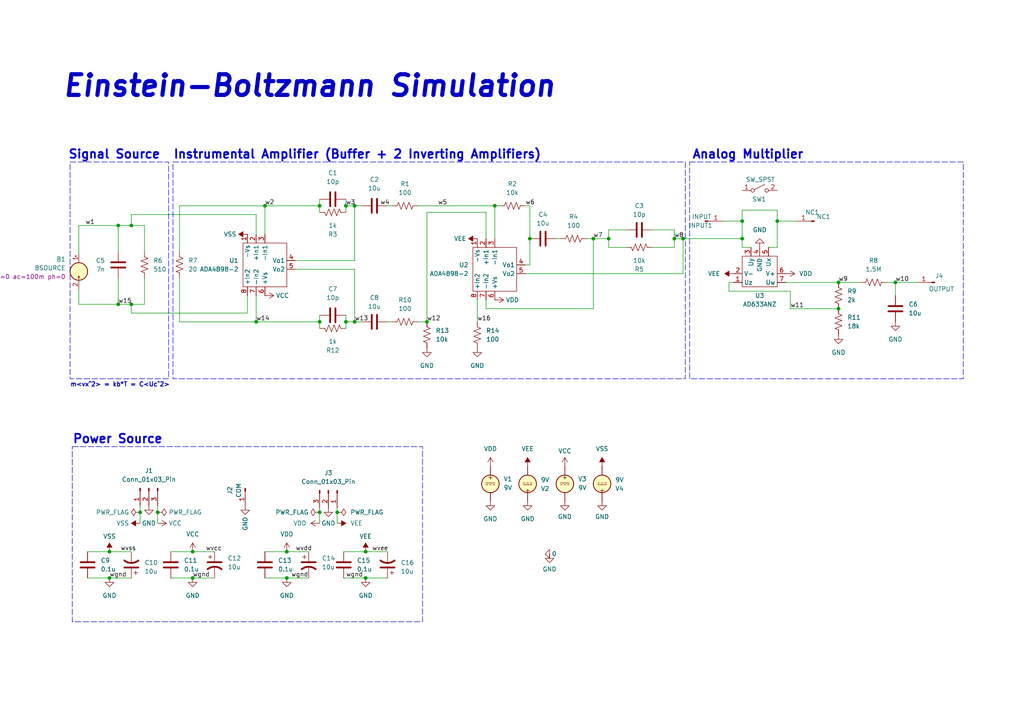
<source format=kicad_sch>
(kicad_sch (version 20230121) (generator eeschema)
  (paper "A4")
  (lib_symbols
    (symbol "Connector:Conn_01x01_Pin" (pin_names (offset 1.016) hide)
      (property "Reference" "J" (at 0 2.54 0))
      (property "Value" "Conn_01x01_Pin" (at 0 -2.54 0))
      (symbol "Conn_01x01_Pin_1_1"
        (polyline (pts (xy 1.27 0) (xy 0.8636 0)) (stroke (width 0.1524)))
        (rectangle (start 0.8636 0.127) (end 0 -0.127) (stroke (width 0.1524)) (fill (type outline)))
        (pin passive line (at 5.08 0 180) (length 3.81) (name "Pin_1") (number "1"))
      )
    )
    (symbol "Connector:Conn_01x03_Pin" (pin_names (offset 1.016) hide)
      (property "Reference" "J" (at 0 5.08 0))
      (property "Value" "Conn_01x03_Pin" (at 0 -5.08 0))
      (symbol "Conn_01x03_Pin_1_1"
        (polyline (pts (xy 1.27 -2.54) (xy 0.8636 -2.54)) (stroke (width 0.1524)))
        (polyline (pts (xy 1.27 0) (xy 0.8636 0)) (stroke (width 0.1524)))
        (polyline (pts (xy 1.27 2.54) (xy 0.8636 2.54)) (stroke (width 0.1524)))
        (rectangle (start 0.8636 -2.413) (end 0 -2.667) (stroke (width 0.1524)) (fill (type outline)))
        (rectangle (start 0.8636 0.127) (end 0 -0.127) (stroke (width 0.1524)) (fill (type outline)))
        (rectangle (start 0.8636 2.667) (end 0 2.413) (stroke (width 0.1524)) (fill (type outline)))
        (pin passive line (at 5.08 2.54 180) (length 3.81) (name "Pin_1") (number "1"))
        (pin passive line (at 5.08 0 180) (length 3.81) (name "Pin_2") (number "2"))
        (pin passive line (at 5.08 -2.54 180) (length 3.81) (name "Pin_3") (number "3"))
      )
    )
    (symbol "Device:C" (pin_numbers hide) (pin_names (offset 0.254))
      (property "Reference" "C" (at 0.635 2.54 0))
      (property "Value" "C" (at 0.635 -2.54 0))
      (symbol "C_0_1"
        (polyline (pts (xy -2.032 -0.762) (xy 2.032 -0.762)) (stroke (width 0.508)))
        (polyline (pts (xy -2.032 0.762) (xy 2.032 0.762)) (stroke (width 0.508)))
      )
      (symbol "C_1_1"
        (pin passive line (at 0 3.81 270) (length 2.794) (name "~") (number "1"))
        (pin passive line (at 0 -3.81 90) (length 2.794) (name "~") (number "2"))
      )
    )
    (symbol "Device:C_Polarized_US" (pin_numbers hide) (pin_names (offset 0.254) hide)
      (property "Reference" "C" (at 0.635 2.54 0))
      (property "Value" "C_Polarized_US" (at 0.635 -2.54 0))
      (symbol "C_Polarized_US_0_1"
        (polyline (pts (xy -2.032 0.762) (xy 2.032 0.762)) (stroke (width 0.508)))
        (polyline (pts (xy -1.778 2.286) (xy -0.762 2.286)))
        (polyline (pts (xy -1.27 1.778) (xy -1.27 2.794)))
        (arc (start 2.032 -1.27) (mid 0 -0.5572) (end -2.032 -1.27) (stroke (width 0.508)))
      )
      (symbol "C_Polarized_US_1_1"
        (pin passive line (at 0 3.81 270) (length 2.794) (name "~") (number "1"))
        (pin passive line (at 0 -3.81 90) (length 3.302) (name "~") (number "2"))
      )
    )
    (symbol "Device:R_US" (pin_numbers hide) (pin_names (offset 0))
      (property "Reference" "R" (at 2.54 0 90))
      (property "Value" "R_US" (at -2.54 0 90))
      (symbol "R_US_0_1"
        (polyline (pts (xy 0 -2.286) (xy 0 -2.54)))
        (polyline (pts (xy 0 2.286) (xy 0 2.54)))
        (polyline (pts (xy 0 -0.762) (xy 1.016 -1.143) (xy 0 -1.524) (xy -1.016 -1.905) (xy 0 -2.286)))
        (polyline (pts (xy 0 0.762) (xy 1.016 0.381) (xy 0 0) (xy -1.016 -0.381) (xy 0 -0.762)))
        (polyline (pts (xy 0 2.286) (xy 1.016 1.905) (xy 0 1.524) (xy -1.016 1.143) (xy 0 0.762)))
      )
      (symbol "R_US_1_1"
        (pin passive line (at 0 3.81 270) (length 1.27) (name "~") (number "1"))
        (pin passive line (at 0 -3.81 90) (length 1.27) (name "~") (number "2"))
      )
    )
    (symbol "EB_AnalogAmplifier_ADA4898-2_1"
      (property "Reference" "U" (at 0 -8.89 0))
      (property "Value" "ADA4898-2" (at 1.27 -11.43 0))
      (symbol "EB_AnalogAmplifier_ADA4898-2_1_0_1"
        (rectangle (start -6.35 5.08) (end 6.35 -7.62))
      )
      (symbol "EB_AnalogAmplifier_ADA4898-2_1_1_1"
        (pin power_in line (at -8.89 -6.35 0) (length 2.54) (name "-Vs") (number "1"))
        (pin input line (at -8.89 -3.81 0) (length 2.54) (name "+In1") (number "2"))
        (pin input line (at -8.89 -1.27 0) (length 2.54) (name "-In1") (number "3"))
        (pin output line (at -1.27 7.62 270) (length 2.54) (name "Vo1") (number "4"))
        (pin output line (at 1.27 7.62 270) (length 2.54) (name "Vo2") (number "5"))
        (pin power_in line (at 8.89 -1.27 180) (length 2.54) (name "+Vs") (number "6"))
        (pin input line (at 8.89 -3.81 180) (length 2.54) (name "-In2") (number "7"))
        (pin input line (at 8.89 -6.35 180) (length 2.54) (name "+In2") (number "8"))
      )
    )
    (symbol "Simulation_SPICE:0" (power) (pin_names (offset 0))
      (property "Value" "0" (at 0 -1.778 0))
      (symbol "0_0_1"
        (polyline (pts (xy -1.27 0) (xy 0 -1.27) (xy 1.27 0) (xy -1.27 0)))
      )
      (symbol "0_1_1"
        (pin power_in line (at 0 0 0) (length 0) hide (name "0") (number "1"))
      )
    )
    (symbol "Simulation_SPICE:BSOURCE" (pin_names (offset 1.016) hide)
      (property "Reference" "B" (at 2.54 2.54 0))
      (property "Value" "BSOURCE" (at 2.54 0 0))
      (property "Sim.Params" "v=1" (at 2.54 -2.54 0))
      (symbol "BSOURCE_0_1"
        (polyline (pts (xy 0 -1.27) (xy 0 -2.286)))
        (polyline (pts (xy 0.254 -1.778) (xy 0 -1.27) (xy -0.254 -1.778)))
        (circle (center 0 0) (radius 2.54) (stroke (width 0.254)) (fill (type background)))
      )
      (symbol "BSOURCE_1_1"
        (polyline (pts (xy 0.635 4.445) (xy 1.143 4.445)))
        (polyline (pts (xy 0.889 4.699) (xy 0.889 4.191)))
        (pin passive line (at 0 5.08 270) (length 2.54) (name "N+") (number "1"))
        (pin passive line (at 0 -5.08 90) (length 2.54) (name "N-") (number "2"))
      )
    )
    (symbol "Simulation_SPICE:VDC" (pin_numbers hide) (pin_names (offset 0.0254))
      (property "Reference" "V" (at 2.54 2.54 0))
      (property "Value" "1" (at 2.54 0 0))
      (symbol "VDC_0_0"
        (polyline (pts (xy -1.27 0.254) (xy 1.27 0.254)))
        (polyline (pts (xy -0.762 -0.254) (xy -1.27 -0.254)))
        (polyline (pts (xy 0.254 -0.254) (xy -0.254 -0.254)))
        (polyline (pts (xy 1.27 -0.254) (xy 0.762 -0.254)))
        (text "+" (at 0 1.905 0) (effects (font (size 1.27 1.27))))
      )
      (symbol "VDC_0_1"
        (circle (center 0 0) (radius 2.54) (stroke (width 0.254)) (fill (type background)))
      )
      (symbol "VDC_1_1"
        (pin passive line (at 0 5.08 270) (length 2.54) (name "~") (number "1"))
        (pin passive line (at 0 -5.08 90) (length 2.54) (name "~") (number "2"))
      )
    )
    (symbol "Switch:SW_SPST" (pin_names (offset 0) hide)
      (property "Reference" "SW" (at 0 3.175 0))
      (property "Value" "SW_SPST" (at 0 -2.54 0))
      (symbol "SW_SPST_0_0"
        (circle (center -2.032 0) (radius 0.508))
        (polyline (pts (xy -1.524 0.254) (xy 1.524 1.778)))
        (circle (center 2.032 0) (radius 0.508))
      )
      (symbol "SW_SPST_1_1"
        (pin passive line (at -5.08 0 0) (length 2.54) (name "A") (number "1"))
        (pin passive line (at 5.08 0 180) (length 2.54) (name "B") (number "2"))
      )
    )
    (symbol "module_boards:EB_AnalogAmplifier_ADA4898-2"
      (property "Reference" "U" (at 0 -8.89 0))
      (property "Value" "ADA4898-2" (at 1.27 -11.43 0))
      (symbol "EB_AnalogAmplifier_ADA4898-2_0_1"
        (rectangle (start -6.35 5.08) (end 6.35 -7.62))
      )
      (symbol "EB_AnalogAmplifier_ADA4898-2_1_1"
        (pin power_in line (at -8.89 -6.35 0) (length 2.54) (name "-Vs") (number "1"))
        (pin input line (at -8.89 -3.81 0) (length 2.54) (name "+In1") (number "2"))
        (pin input line (at -8.89 -1.27 0) (length 2.54) (name "-In1") (number "3"))
        (pin output line (at -1.27 7.62 270) (length 2.54) (name "Vo1") (number "4"))
        (pin output line (at 1.27 7.62 270) (length 2.54) (name "Vo2") (number "5"))
        (pin power_in line (at 8.89 -1.27 180) (length 2.54) (name "+Vs") (number "6"))
        (pin input line (at 8.89 -3.81 180) (length 2.54) (name "-In2") (number "7"))
        (pin input line (at 8.89 -6.35 180) (length 2.54) (name "+In2") (number "8"))
      )
    )
    (symbol "module_boards:EB_AnalogMultiplier_AD633ANZ"
      (property "Reference" "U" (at 0 -5.08 0))
      (property "Value" "AD633ANZ" (at 0 -7.62 0))
      (symbol "EB_AnalogMultiplier_AD633ANZ_0_1"
        (rectangle (start -5.08 5.08) (end 5.08 -3.81))
      )
      (symbol "EB_AnalogMultiplier_AD633ANZ_1_1"
        (pin output line (at -7.62 -2.54 0) (length 2.54) (name "Uz") (number "1"))
        (pin power_in line (at -7.62 0 0) (length 2.54) (name "V-") (number "2"))
        (pin input line (at -2.54 7.62 270) (length 2.54) (name "Uy") (number "3"))
        (pin power_in line (at 0 7.62 270) (length 2.54) (name "GND") (number "4"))
        (pin output line (at 2.54 7.62 270) (length 2.54) (name "Ux") (number "5"))
        (pin power_in line (at 7.62 0 180) (length 2.54) (name "V+") (number "6"))
        (pin output line (at 7.62 -2.54 180) (length 2.54) (name "Uw") (number "7"))
      )
    )
    (symbol "power:GND" (power) (pin_names (offset 0))
      (property "Value" "GND" (at 0 -3.81 0))
      (symbol "GND_0_1"
        (polyline (pts (xy 0 0) (xy 0 -1.27) (xy 1.27 -1.27) (xy 0 -2.54) (xy -1.27 -1.27) (xy 0 -1.27)))
      )
      (symbol "GND_1_1"
        (pin power_in line (at 0 0 270) (length 0) hide (name "GND") (number "1"))
      )
    )
    (symbol "power:PWR_FLAG" (power) (pin_numbers hide) (pin_names (offset 0) hide)
      (property "Value" "PWR_FLAG" (at 0 3.81 0))
      (symbol "PWR_FLAG_0_0"
        (pin power_out line (at 0 0 90) (length 0) (name "pwr") (number "1"))
      )
      (symbol "PWR_FLAG_0_1"
        (polyline (pts (xy 0 0) (xy 0 1.27) (xy -1.016 1.905) (xy 0 2.54) (xy 1.016 1.905) (xy 0 1.27)))
      )
    )
    (symbol "power:VCC" (power) (pin_names (offset 0))
      (property "Value" "VCC" (at 0 3.81 0))
      (symbol "VCC_0_1"
        (polyline (pts (xy -0.762 1.27) (xy 0 2.54)))
        (polyline (pts (xy 0 0) (xy 0 2.54)))
        (polyline (pts (xy 0 2.54) (xy 0.762 1.27)))
      )
      (symbol "VCC_1_1"
        (pin power_in line (at 0 0 90) (length 0) hide (name "VCC") (number "1"))
      )
    )
    (symbol "power:VDD" (power) (pin_names (offset 0))
      (property "Value" "VDD" (at 0 3.81 0))
      (symbol "VDD_0_1"
        (polyline (pts (xy -0.762 1.27) (xy 0 2.54)))
        (polyline (pts (xy 0 0) (xy 0 2.54)))
        (polyline (pts (xy 0 2.54) (xy 0.762 1.27)))
      )
      (symbol "VDD_1_1"
        (pin power_in line (at 0 0 90) (length 0) hide (name "VDD") (number "1"))
      )
    )
    (symbol "power:VEE" (power) (pin_names (offset 0))
      (property "Value" "VEE" (at 0 3.81 0))
      (symbol "VEE_0_1"
        (polyline (pts (xy 0 0) (xy 0 2.54)))
        (polyline (pts (xy 0.762 1.27) (xy -0.762 1.27) (xy 0 2.54) (xy 0.762 1.27)) (fill (type outline)))
      )
      (symbol "VEE_1_1"
        (pin power_in line (at 0 0 90) (length 0) hide (name "VEE") (number "1"))
      )
    )
    (symbol "power:VSS" (power) (pin_names (offset 0))
      (property "Value" "VSS" (at 0 3.81 0))
      (symbol "VSS_0_1"
        (polyline (pts (xy 0 0) (xy 0 2.54)))
        (polyline (pts (xy 0.762 1.27) (xy -0.762 1.27) (xy 0 2.54) (xy 0.762 1.27)) (fill (type outline)))
      )
      (symbol "VSS_1_1"
        (pin power_in line (at 0 0 90) (length 0) hide (name "VSS") (number "1"))
      )
    )
  )
  (junction (at 259.715 81.915))
  (junction (at 153.67 69.215))
  (junction (at 31.75 160.02))
  (junction (at 34.29 65.405))
  (junction (at 100.33 59.69))
  (junction (at 38.1 65.405))
  (junction (at 215.265 64.135))
  (junction (at 74.295 93.345))
  (junction (at 55.88 160.02))
  (junction (at 55.88 167.64))
  (junction (at 102.87 93.345))
  (junction (at 40.64 148.59))
  (junction (at 243.205 89.535))
  (junction (at 172.085 69.215))
  (junction (at 100.33 93.345))
  (junction (at 76.835 59.69))
  (junction (at 45.72 148.59))
  (junction (at 102.87 59.69))
  (junction (at 106.045 160.02))
  (junction (at 243.205 81.915))
  (junction (at 106.045 167.64))
  (junction (at 38.1 88.265))
  (junction (at 143.51 59.69))
  (junction (at 92.71 148.59))
  (junction (at 198.12 69.215))
  (junction (at 225.425 64.135))
  (junction (at 83.185 167.64))
  (junction (at 215.265 69.215))
  (junction (at 92.71 59.69))
  (junction (at 83.185 160.02))
  (junction (at 92.71 93.345))
  (junction (at 195.58 69.215))
  (junction (at 176.53 69.215))
  (junction (at 31.75 167.64))
  (junction (at 123.825 93.345))
  (junction (at 34.29 88.265))
  (junction (at 97.79 148.59))
  (wire (pts (xy 100.33 91.44) (xy 100.33 93.345)))
  (wire (pts (xy 161.29 69.215) (xy 162.56 69.215)))
  (wire (pts (xy 102.87 75.565) (xy 102.87 59.69)))
  (wire (pts (xy 243.205 81.915) (xy 249.555 81.915)))
  (wire (pts (xy 52.07 93.345) (xy 74.295 93.345)))
  (wire (pts (xy 99.695 160.02) (xy 106.045 160.02)))
  (wire (pts (xy 140.97 69.215) (xy 140.97 61.595)))
  (wire (pts (xy 189.23 71.755) (xy 195.58 71.755)))
  (wire (pts (xy 195.58 66.675) (xy 195.58 69.215)))
  (wire (pts (xy 76.835 59.69) (xy 52.07 59.69)))
  (wire (pts (xy 100.33 57.785) (xy 100.33 59.69)))
  (wire (pts (xy 123.825 61.595) (xy 123.825 93.345)))
  (wire (pts (xy 92.71 93.345) (xy 92.71 95.25)))
  (wire (pts (xy 215.265 60.96) (xy 225.425 60.96)))
  (wire (pts (xy 38.1 88.265) (xy 38.1 90.805)))
  (wire (pts (xy 172.085 69.215) (xy 176.53 69.215)))
  (wire (pts (xy 52.07 59.69) (xy 52.07 73.025)))
  (wire (pts (xy 55.88 167.64) (xy 62.23 167.64)))
  (wire (pts (xy 229.235 89.535) (xy 243.205 89.535)))
  (wire (pts (xy 22.86 83.82) (xy 22.86 88.265)))
  (wire (pts (xy 198.12 69.215) (xy 198.12 79.375)))
  (wire (pts (xy 92.71 148.59) (xy 92.71 147.32)))
  (wire (pts (xy 22.86 73.66) (xy 22.86 65.405)))
  (wire (pts (xy 189.23 66.675) (xy 195.58 66.675)))
  (wire (pts (xy 92.71 57.785) (xy 92.71 59.69)))
  (wire (pts (xy 152.4 59.69) (xy 153.67 59.69)))
  (wire (pts (xy 104.775 93.345) (xy 102.87 93.345)))
  (wire (pts (xy 172.085 69.215) (xy 172.085 89.535)))
  (wire (pts (xy 176.53 71.755) (xy 181.61 71.755)))
  (wire (pts (xy 25.4 167.64) (xy 31.75 167.64)))
  (wire (pts (xy 140.97 86.995) (xy 140.97 89.535)))
  (wire (pts (xy 99.695 167.64) (xy 106.045 167.64)))
  (wire (pts (xy 215.265 71.755) (xy 215.265 69.215)))
  (wire (pts (xy 225.425 60.96) (xy 225.425 64.135)))
  (wire (pts (xy 195.58 69.215) (xy 198.12 69.215)))
  (wire (pts (xy 106.045 167.64) (xy 112.395 167.64)))
  (wire (pts (xy 97.79 151.765) (xy 97.79 148.59)))
  (wire (pts (xy 231.14 64.135) (xy 225.425 64.135)))
  (wire (pts (xy 225.425 64.135) (xy 225.425 71.755)))
  (wire (pts (xy 31.75 160.02) (xy 38.1 160.02)))
  (wire (pts (xy 102.87 78.105) (xy 102.87 93.345)))
  (wire (pts (xy 34.29 80.645) (xy 34.29 88.265)))
  (wire (pts (xy 83.185 160.02) (xy 89.535 160.02)))
  (wire (pts (xy 102.87 93.345) (xy 100.33 93.345)))
  (wire (pts (xy 215.265 64.135) (xy 215.265 69.215)))
  (wire (pts (xy 266.065 81.915) (xy 259.715 81.915)))
  (wire (pts (xy 227.965 81.915) (xy 243.205 81.915)))
  (wire (pts (xy 211.455 84.455) (xy 229.235 84.455)))
  (wire (pts (xy 49.53 160.02) (xy 55.88 160.02)))
  (wire (pts (xy 85.725 78.105) (xy 102.87 78.105)))
  (wire (pts (xy 138.43 86.995) (xy 138.43 93.345)))
  (wire (pts (xy 259.715 81.915) (xy 259.715 85.725)))
  (wire (pts (xy 152.4 79.375) (xy 198.12 79.375)))
  (wire (pts (xy 74.295 93.345) (xy 92.71 93.345)))
  (wire (pts (xy 31.75 167.64) (xy 38.1 167.64)))
  (wire (pts (xy 83.185 167.64) (xy 89.535 167.64)))
  (wire (pts (xy 143.51 59.69) (xy 143.51 69.215)))
  (wire (pts (xy 38.1 65.405) (xy 38.1 62.23)))
  (wire (pts (xy 102.87 59.69) (xy 100.33 59.69)))
  (wire (pts (xy 22.86 88.265) (xy 34.29 88.265)))
  (wire (pts (xy 38.1 62.23) (xy 74.295 62.23)))
  (wire (pts (xy 152.4 76.835) (xy 153.67 76.835)))
  (wire (pts (xy 112.395 93.345) (xy 113.665 93.345)))
  (wire (pts (xy 34.29 88.265) (xy 38.1 88.265)))
  (wire (pts (xy 74.295 93.345) (xy 74.295 85.725)))
  (wire (pts (xy 215.265 60.96) (xy 215.265 64.135)))
  (wire (pts (xy 41.91 65.405) (xy 41.91 73.025)))
  (wire (pts (xy 45.72 148.59) (xy 45.72 146.685)))
  (wire (pts (xy 34.29 73.025) (xy 34.29 65.405)))
  (wire (pts (xy 49.53 167.64) (xy 55.88 167.64)))
  (wire (pts (xy 92.71 59.69) (xy 92.71 61.595)))
  (wire (pts (xy 100.33 93.345) (xy 100.33 95.25)))
  (wire (pts (xy 217.805 71.755) (xy 215.265 71.755)))
  (wire (pts (xy 209.55 64.135) (xy 215.265 64.135)))
  (wire (pts (xy 76.835 160.02) (xy 83.185 160.02)))
  (wire (pts (xy 153.67 59.69) (xy 153.67 69.215)))
  (wire (pts (xy 100.33 59.69) (xy 100.33 61.595)))
  (wire (pts (xy 71.755 90.805) (xy 71.755 85.725)))
  (wire (pts (xy 153.67 69.215) (xy 153.67 76.835)))
  (wire (pts (xy 45.72 151.765) (xy 45.72 148.59)))
  (wire (pts (xy 38.1 90.805) (xy 71.755 90.805)))
  (wire (pts (xy 38.1 88.265) (xy 41.91 88.265)))
  (wire (pts (xy 74.295 62.23) (xy 74.295 67.945)))
  (wire (pts (xy 140.97 61.595) (xy 123.825 61.595)))
  (wire (pts (xy 40.64 151.765) (xy 40.64 148.59)))
  (wire (pts (xy 181.61 66.675) (xy 176.53 66.675)))
  (wire (pts (xy 170.18 69.215) (xy 172.085 69.215)))
  (wire (pts (xy 40.64 148.59) (xy 40.64 146.685)))
  (wire (pts (xy 106.045 160.02) (xy 112.395 160.02)))
  (wire (pts (xy 52.07 80.645) (xy 52.07 93.345)))
  (wire (pts (xy 76.835 167.64) (xy 83.185 167.64)))
  (wire (pts (xy 76.835 59.69) (xy 92.71 59.69)))
  (wire (pts (xy 85.725 75.565) (xy 102.87 75.565)))
  (wire (pts (xy 123.825 93.345) (xy 121.285 93.345)))
  (wire (pts (xy 143.51 59.69) (xy 144.78 59.69)))
  (wire (pts (xy 41.91 88.265) (xy 41.91 80.645)))
  (wire (pts (xy 112.395 59.69) (xy 113.665 59.69)))
  (wire (pts (xy 38.1 65.405) (xy 41.91 65.405)))
  (wire (pts (xy 211.455 81.915) (xy 211.455 84.455)))
  (wire (pts (xy 97.79 148.59) (xy 97.79 147.32)))
  (wire (pts (xy 55.88 160.02) (xy 62.23 160.02)))
  (wire (pts (xy 225.425 71.755) (xy 222.885 71.755)))
  (wire (pts (xy 195.58 69.215) (xy 195.58 71.755)))
  (wire (pts (xy 121.285 59.69) (xy 143.51 59.69)))
  (wire (pts (xy 198.12 69.215) (xy 215.265 69.215)))
  (wire (pts (xy 34.29 65.405) (xy 38.1 65.405)))
  (wire (pts (xy 104.775 59.69) (xy 102.87 59.69)))
  (wire (pts (xy 76.835 67.945) (xy 76.835 59.69)))
  (wire (pts (xy 176.53 66.675) (xy 176.53 69.215)))
  (wire (pts (xy 140.97 89.535) (xy 172.085 89.535)))
  (wire (pts (xy 176.53 71.755) (xy 176.53 69.215)))
  (wire (pts (xy 92.71 91.44) (xy 92.71 93.345)))
  (wire (pts (xy 25.4 160.02) (xy 31.75 160.02)))
  (wire (pts (xy 212.725 81.915) (xy 211.455 81.915)))
  (wire (pts (xy 229.235 84.455) (xy 229.235 89.535)))
  (wire (pts (xy 92.71 148.59) (xy 92.71 151.765)))
  (wire (pts (xy 257.175 81.915) (xy 259.715 81.915)))
  (wire (pts (xy 22.86 65.405) (xy 34.29 65.405)))
  (rectangle (start 20.32 46.99) (end 48.895 109.855) (stroke (width 0) (type dash)))
  (rectangle (start 50.165 46.99) (end 198.755 109.855) (stroke (width 0) (type dash)))
  (rectangle (start 20.955 129.54) (end 122.555 180.34) (stroke (width 0) (type dash)))
  (rectangle (start 200.025 46.99) (end 279.4 109.855) (stroke (width 0) (type dash)))
  (text "Signal Source" (at 19.685 46.355 0) (effects (font (size 2.5 2.5) bold) (justify left bottom)))
  (text "Power Source" (at 20.955 128.905 0) (effects (font (size 2.5 2.5) bold) (justify left bottom)))
  (text "Analog Multiplier" (at 200.66 46.355 0) (effects (font (size 2.5 2.5) bold) (justify left bottom)))
  (text "m<vx^2> = kb*T = C<Uc^2>" (at 20.32 112.395 0) (effects (font (size 1.27 1.27) (thickness 0.254) bold) (justify left bottom)))
  (text "Instrumental Amplifier (Buffer + 2 Inverting Amplifiers)" (at 50.165 46.355 0) (effects (font (size 2.5 2.5) bold) (justify left bottom)))
  (text "Einstein-Boltzmann Simulation" (at 17.78 28.575 0) (effects (font (size 6 6) (thickness 1.2) bold italic) (justify left bottom)))
  (label "w5" (at 127 59.69 0))
  (label "w8" (at 195.58 69.215 0))
  (label "w4" (at 113.03 59.69 180))
  (label "w13" (at 102.87 93.345 0))
  (label "w6" (at 152.4 59.69 0))
  (label "w1" (at 24.765 65.405 0))
  (label "w16" (at 138.43 93.345 0))
  (label "wvss" (at 34.925 160.02 0))
  (label "w3" (at 100.33 59.69 0))
  (label "w2" (at 76.835 59.69 0))
  (label "wgnd" (at 100.33 167.64 0))
  (label "w11" (at 229.235 89.535 0))
  (label "wvdd" (at 85.725 160.02 0))
  (label "w12" (at 123.825 93.345 0))
  (label "wvee" (at 107.95 160.02 0))
  (label "w14" (at 74.295 93.345 0))
  (label "wvcc" (at 59.69 160.02 0))
  (label "w9" (at 243.205 81.915 0))
  (label "w10" (at 259.715 81.915 0))
  (label "wgnd" (at 84.455 167.64 0))
  (label "w7" (at 172.085 69.215 0))
  (label "wgnd" (at 31.75 167.64 0))
  (label "w15" (at 34.29 88.265 0))
  (label "wgnd" (at 55.88 167.64 0))
  (symbol (lib_id "Device:R_US") (at 138.43 97.155 180) (unit 1)
    (property "Reference" "R14" (at 140.97 95.885 0) (effects (justify right)))
    (property "Value" "100" (at 140.97 98.425 0) (effects (justify right)))
  )
  (symbol (lib_id "power:VEE") (at 138.43 69.215 90) (unit 1)
    (property "Reference" "#PWR02" (effects hide))
    (property "Value" "VEE" (at 135.255 69.215 90) (effects (justify left)))
  )
  (symbol (lib_id "power:VSS") (at 31.75 160.02 0) (unit 1)
    (property "Reference" "#PWR027" (effects hide))
    (property "Value" "VSS" (at 31.75 155.575 0))
  )
  (symbol (lib_id "Device:C") (at 76.835 163.83 0) (unit 1)
    (property "Reference" "C13" (at 80.645 162.56 0) (effects (justify left)))
    (property "Value" "0.1u" (at 80.645 165.1 0) (effects (justify left)))
  )
  (symbol (lib_id "power:VCC") (at 55.88 160.02 0) (unit 1)
    (property "Reference" "#PWR028" (effects hide))
    (property "Value" "VCC" (at 55.88 154.94 0))
  )
  (symbol (lib_id "Simulation_SPICE:VDC") (at 163.83 140.335 0) (unit 1)
    (property "Reference" "V3" (at 167.64 138.9352 0) (effects (justify left)))
    (property "Value" "9V" (at 167.64 141.4752 0) (effects (justify left)))
    (property "Sim.Pins" "1=+ 2=-" (effects hide))
    (property "Sim.Type" "DC" (effects hide))
    (property "Sim.Device" "V" (effects hide))
  )
  (symbol (lib_id "power:PWR_FLAG") (at 45.72 148.59 270) (mirror x) (unit 1)
    (property "Reference" "#FLG02" (effects hide))
    (property "Value" "PWR_FLAG" (at 48.895 148.59 90) (effects (justify left)))
  )
  (symbol (lib_id "Device:C_Polarized_US") (at 62.23 163.83 0) (unit 1)
    (property "Reference" "C12" (at 66.04 161.925 0) (effects (justify left)))
    (property "Value" "10u" (at 66.04 164.465 0) (effects (justify left)))
  )
  (symbol (lib_id "power:VCC") (at 76.835 85.725 270) (unit 1)
    (property "Reference" "#PWR06" (effects hide))
    (property "Value" "VCC" (at 80.01 85.725 90) (effects (justify left)))
  )
  (symbol (lib_id "power:GND") (at 31.75 167.64 0) (unit 1)
    (property "Reference" "#PWR031" (effects hide))
    (property "Value" "GND" (at 31.75 172.72 0))
  )
  (symbol (lib_id "Connector:Conn_01x01_Pin") (at 236.22 64.135 180) (unit 1)
    (property "Reference" "NC1" (at 235.585 61.595 0))
    (property "Value" "NC1" (at 236.855 62.865 0) (effects (justify right)))
    (property "Sim.Enable" "0" (effects hide))
  )
  (symbol (lib_id "Device:C") (at 34.29 76.835 0) (mirror x) (unit 1)
    (property "Reference" "C5" (at 30.48 75.565 0) (effects (justify right)))
    (property "Value" "7n" (at 30.48 78.105 0) (effects (justify right)))
    (property "Sim.Device" "C" (effects hide))
    (property "Sim.Pins" "1=+ 2=-" (effects hide))
  )
  (symbol (lib_id "Simulation_SPICE:VDC") (at 142.24 140.335 0) (unit 1)
    (property "Reference" "V1" (at 146.05 138.9352 0) (effects (justify left)))
    (property "Value" "9V" (at 146.05 141.4752 0) (effects (justify left)))
    (property "Sim.Pins" "1=+ 2=-" (effects hide))
    (property "Sim.Type" "DC" (effects hide))
    (property "Sim.Device" "V" (effects hide))
  )
  (symbol (lib_id "Device:R_US") (at 148.59 59.69 90) (unit 1)
    (property "Reference" "R2" (at 148.59 53.34 90))
    (property "Value" "10k" (at 148.59 55.88 90))
  )
  (symbol (lib_id "power:VEE") (at 212.725 79.375 90) (mirror x) (unit 1)
    (property "Reference" "#PWR04" (effects hide))
    (property "Value" "VEE" (at 208.915 79.375 90) (effects (justify left)))
  )
  (symbol (lib_id "power:VDD") (at 143.51 86.995 270) (unit 1)
    (property "Reference" "#PWR07" (effects hide))
    (property "Value" "VDD" (at 146.685 86.995 90) (effects (justify left)))
  )
  (symbol (lib_id "power:GND") (at 243.205 97.155 0) (unit 1)
    (property "Reference" "#PWR09" (effects hide))
    (property "Value" "GND" (at 243.205 102.235 0))
  )
  (symbol (lib_id "Device:C") (at 108.585 59.69 90) (unit 1)
    (property "Reference" "C2" (at 108.585 52.07 90))
    (property "Value" "10u" (at 108.585 54.61 90))
  )
  (symbol (lib_id "Device:C") (at 96.52 91.44 90) (unit 1)
    (property "Reference" "C7" (at 96.52 83.82 90))
    (property "Value" "10p" (at 96.52 86.36 90))
  )
  (symbol (lib_id "power:VSS") (at 71.755 67.945 90) (unit 1)
    (property "Reference" "#PWR01" (effects hide))
    (property "Value" "VSS" (at 68.58 67.945 90) (effects (justify left)))
  )
  (symbol (lib_id "power:GND") (at 220.345 71.755 180) (unit 1)
    (property "Reference" "#PWR03" (effects hide))
    (property "Value" "GND" (at 220.345 66.675 0))
  )
  (symbol (lib_id "Device:C") (at 185.42 66.675 90) (unit 1)
    (property "Reference" "C3" (at 185.42 59.69 90))
    (property "Value" "10p" (at 185.42 62.23 90))
  )
  (symbol (lib_id "power:GND") (at 106.045 167.64 0) (unit 1)
    (property "Reference" "#PWR034" (effects hide))
    (property "Value" "GND" (at 106.045 172.72 0))
  )
  (symbol (lib_id "power:VEE") (at 106.045 160.02 0) (unit 1)
    (property "Reference" "#PWR030" (effects hide))
    (property "Value" "VEE" (at 106.045 155.575 0))
  )
  (symbol (lib_id "power:GND") (at 71.12 146.685 0) (unit 1)
    (property "Reference" "#PWR017" (effects hide))
    (property "Value" "GND" (at 71.12 149.86 90) (effects (justify right)))
  )
  (symbol (lib_id "power:VCC") (at 45.72 151.765 270) (mirror x) (unit 1)
    (property "Reference" "#PWR020" (effects hide))
    (property "Value" "VCC" (at 48.895 151.765 90) (effects (justify left)))
  )
  (symbol (lib_id "power:GND") (at 174.625 145.415 0) (unit 1)
    (property "Reference" "#PWR023" (effects hide))
    (property "Value" "GND" (at 174.625 149.86 0))
  )
  (symbol (lib_id "Device:C") (at 157.48 69.215 90) (unit 1)
    (property "Reference" "C4" (at 157.48 62.23 90))
    (property "Value" "10u" (at 157.48 64.77 90))
  )
  (symbol (lib_id "power:GND") (at 55.88 167.64 0) (unit 1)
    (property "Reference" "#PWR032" (effects hide))
    (property "Value" "GND" (at 55.88 172.72 0))
  )
  (symbol (lib_id "module_boards:EB_AnalogMultiplier_AD633ANZ") (at 220.345 79.375 0) (unit 1)
    (property "Reference" "U3" (at 220.345 85.725 0))
    (property "Value" "AD633ANZ" (at 220.345 88.265 0))
    (property "Sim.Library" "spice_models/ad633_custom_packaging.cir" (effects hide))
    (property "Sim.Name" "AD633-CP" (effects hide))
    (property "Sim.Device" "SUBCKT" (effects hide))
    (property "Sim.Pins" "1=42a 2=42b 3=42c 4=42d 5=42e 6=42f 7=42g" (effects hide))
  )
  (symbol (lib_id "Device:C_Polarized_US") (at 89.535 163.83 0) (unit 1)
    (property "Reference" "C14" (at 93.345 161.925 0) (effects (justify left)))
    (property "Value" "10u" (at 93.345 164.465 0) (effects (justify left)))
  )
  (symbol (lib_id "Switch:SW_SPST") (at 220.345 55.245 0) (unit 1)
    (property "Reference" "SW1" (at 222.25 57.785 0) (effects (justify right)))
    (property "Value" "SW_SPST" (at 224.79 52.07 0) (effects (justify right)))
    (property "Sim.Device" "SW" (effects hide))
    (property "Sim.Type" "V" (effects hide))
    (property "Sim.Pins" "1=ctrl+ 2=ctrl-" (effects hide))
    (property "Sim.Enable" "0" (effects hide))
  )
  (symbol (lib_id "module_boards:EB_AnalogAmplifier_ADA4898-2") (at 144.78 78.105 270) (unit 1)
    (property "Reference" "U2" (at 135.89 76.835 90) (effects (justify right)))
    (property "Value" "ADA4898-2" (at 135.89 79.375 90) (effects (justify right)))
    (property "Sim.Library" "spice_models/ada4898-2.cir" (effects hide))
    (property "Sim.Name" "ADA4898-2" (effects hide))
    (property "Sim.Device" "SUBCKT" (effects hide))
    (property "Sim.Pins" "1=42d 2=42b 3=42c 4=42a 5=42g 6=42h 7=42f 8=42e" (effects hide))
  )
  (symbol (lib_id "Device:R_US") (at 123.825 97.155 180) (unit 1)
    (property "Reference" "R13" (at 126.365 95.885 0) (effects (justify right)))
    (property "Value" "10k" (at 126.365 98.425 0) (effects (justify right)))
  )
  (symbol (lib_id "Connector:Conn_01x01_Pin") (at 271.145 81.915 180) (unit 1)
    (property "Reference" "J4" (at 272.415 80.01 0))
    (property "Value" "OUTPUT" (at 273.05 83.82 0))
    (property "Sim.Enable" "0" (effects hide))
  )
  (symbol (lib_id "Device:C") (at 25.4 163.83 0) (unit 1)
    (property "Reference" "C9" (at 29.21 162.56 0) (effects (justify left)))
    (property "Value" "0.1u" (at 29.21 165.1 0) (effects (justify left)))
  )
  (symbol (lib_id "power:VDD") (at 227.965 79.375 270) (unit 1)
    (property "Reference" "#PWR05" (effects hide))
    (property "Value" "VDD" (at 231.775 79.375 90) (effects (justify left)))
  )
  (symbol (lib_id "power:GND") (at 83.185 167.64 0) (unit 1)
    (property "Reference" "#PWR033" (effects hide))
    (property "Value" "GND" (at 83.185 172.72 0))
  )
  (symbol (lib_id "power:GND") (at 142.24 145.415 0) (unit 1)
    (property "Reference" "#PWR014" (effects hide))
    (property "Value" "GND" (at 142.24 150.495 0))
  )
  (symbol (lib_id "Connector:Conn_01x01_Pin") (at 71.12 141.605 270) (unit 1)
    (property "Reference" "J2" (at 66.675 142.24 0))
    (property "Value" "COM" (at 69.215 142.24 0))
    (property "Sim.Enable" "0" (effects hide))
  )
  (symbol (lib_id "Connector:Conn_01x03_Pin") (at 43.18 141.605 90) (mirror x) (unit 1)
    (property "Reference" "J1" (at 43.18 136.525 90))
    (property "Value" "Conn_01x03_Pin" (at 43.18 139.065 90))
    (property "Sim.Enable" "0" (effects hide))
  )
  (symbol (lib_id "Device:R_US") (at 52.07 76.835 0) (unit 1)
    (property "Reference" "R7" (at 54.61 75.565 0) (effects (justify left)))
    (property "Value" "20" (at 54.61 78.105 0) (effects (justify left)))
  )
  (symbol (lib_id "power:VDD") (at 142.24 135.255 0) (unit 1)
    (property "Reference" "#PWR012" (effects hide))
    (property "Value" "VDD" (at 142.24 130.175 0))
  )
  (symbol (lib_id "power:GND") (at 259.715 93.345 0) (unit 1)
    (property "Reference" "#PWR08" (effects hide))
    (property "Value" "GND" (at 259.715 98.425 0))
  )
  (symbol (lib_id "Device:C") (at 49.53 163.83 0) (unit 1)
    (property "Reference" "C11" (at 53.34 162.56 0) (effects (justify left)))
    (property "Value" "0.1u" (at 53.34 165.1 0) (effects (justify left)))
  )
  (symbol (lib_id "power:GND") (at 163.83 145.415 0) (unit 1)
    (property "Reference" "#PWR015" (effects hide))
    (property "Value" "GND" (at 163.83 149.86 0))
  )
  (symbol (lib_name "EB_AnalogAmplifier_ADA4898-2_1") (lib_id "module_boards:EB_AnalogAmplifier_ADA4898-2") (at 78.105 76.835 270) (unit 1)
    (property "Reference" "U1" (at 69.215 75.565 90) (effects (justify right)))
    (property "Value" "ADA4898-2" (at 69.215 78.105 90) (effects (justify right)))
    (property "Sim.Library" "spice_models/ada4898-2.cir" (effects hide))
    (property "Sim.Name" "ADA4898-2" (effects hide))
    (property "Sim.Device" "SUBCKT" (effects hide))
    (property "Sim.Pins" "1=42d 2=42b 3=42c 4=42a 5=42g 6=42h 7=42f 8=42e" (effects hide))
  )
  (symbol (lib_id "power:PWR_FLAG") (at 92.71 148.59 90) (unit 1)
    (property "Reference" "#FLG03" (effects hide))
    (property "Value" "PWR_FLAG" (at 89.535 148.59 90) (effects (justify left)))
  )
  (symbol (lib_id "Device:R_US") (at 96.52 61.595 90) (mirror x) (unit 1)
    (property "Reference" "R3" (at 96.52 67.945 90))
    (property "Value" "1k" (at 96.52 65.405 90))
  )
  (symbol (lib_id "Device:R_US") (at 166.37 69.215 90) (unit 1)
    (property "Reference" "R4" (at 166.37 62.865 90))
    (property "Value" "100" (at 166.37 65.405 90))
  )
  (symbol (lib_id "Device:C") (at 259.715 89.535 0) (unit 1)
    (property "Reference" "C6" (at 263.525 88.265 0) (effects (justify left)))
    (property "Value" "10u" (at 263.525 90.805 0) (effects (justify left)))
  )
  (symbol (lib_id "power:VSS") (at 40.64 151.765 90) (mirror x) (unit 1)
    (property "Reference" "#PWR019" (effects hide))
    (property "Value" "VSS" (at 37.465 151.765 90) (effects (justify left)))
  )
  (symbol (lib_id "power:PWR_FLAG") (at 40.64 148.59 90) (mirror x) (unit 1)
    (property "Reference" "#FLG01" (effects hide))
    (property "Value" "PWR_FLAG" (at 37.465 148.59 90) (effects (justify left)))
  )
  (symbol (lib_id "Device:R_US") (at 185.42 71.755 90) (mirror x) (unit 1)
    (property "Reference" "R5" (at 185.42 78.105 90))
    (property "Value" "10k" (at 185.42 75.565 90))
  )
  (symbol (lib_id "power:VEE") (at 97.79 151.765 270) (unit 1)
    (property "Reference" "#PWR022" (effects hide))
    (property "Value" "VEE" (at 101.6 151.765 90) (effects (justify left)))
  )
  (symbol (lib_id "Device:C_Polarized_US") (at 38.1 163.83 180) (unit 1)
    (property "Reference" "C10" (at 41.91 163.195 0) (effects (justify right)))
    (property "Value" "10u" (at 41.91 165.735 0) (effects (justify right)))
  )
  (symbol (lib_id "Device:R_US") (at 96.52 95.25 270) (mirror x) (unit 1)
    (property "Reference" "R12" (at 96.52 101.6 90))
    (property "Value" "1k" (at 96.52 99.06 90))
  )
  (symbol (lib_id "power:VDD") (at 83.185 160.02 0) (unit 1)
    (property "Reference" "#PWR029" (effects hide))
    (property "Value" "VDD" (at 83.185 154.94 0))
  )
  (symbol (lib_id "Device:R_US") (at 41.91 76.835 0) (unit 1)
    (property "Reference" "R6" (at 44.45 75.565 0) (effects (justify left)))
    (property "Value" "510" (at 44.45 78.105 0) (effects (justify left)))
  )
  (symbol (lib_id "Device:R_US") (at 117.475 59.69 90) (unit 1)
    (property "Reference" "R1" (at 117.475 53.34 90))
    (property "Value" "100" (at 117.475 55.88 90))
  )
  (symbol (lib_id "Simulation_SPICE:VDC") (at 153.035 140.335 0) (mirror x) (unit 1)
    (property "Reference" "V2" (at 156.845 141.7348 0) (effects (justify left)))
    (property "Value" "9V" (at 156.845 139.1948 0) (effects (justify left)))
    (property "Sim.Pins" "1=+ 2=-" (effects hide))
    (property "Sim.Type" "DC" (effects hide))
    (property "Sim.Device" "V" (effects hide))
  )
  (symbol (lib_id "power:VDD") (at 92.71 151.765 90) (unit 1)
    (property "Reference" "#PWR021" (effects hide))
    (property "Value" "VDD" (at 88.9 151.765 90) (effects (justify left)))
  )
  (symbol (lib_id "power:VSS") (at 174.625 135.255 0) (unit 1)
    (property "Reference" "#PWR026" (effects hide))
    (property "Value" "VSS" (at 174.625 130.175 0))
  )
  (symbol (lib_id "Device:R_US") (at 253.365 81.915 90) (unit 1)
    (property "Reference" "R8" (at 253.365 75.565 90))
    (property "Value" "1.5M" (at 253.365 78.105 90))
  )
  (symbol (lib_id "power:VEE") (at 153.035 135.255 0) (unit 1)
    (property "Reference" "#PWR013" (effects hide))
    (property "Value" "VEE" (at 153.035 130.175 0))
  )
  (symbol (lib_id "Device:C") (at 99.695 163.83 0) (unit 1)
    (property "Reference" "C15" (at 103.505 162.56 0) (effects (justify left)))
    (property "Value" "0.1u" (at 103.505 165.1 0) (effects (justify left)))
  )
  (symbol (lib_id "Connector:Conn_01x01_Pin") (at 204.47 64.135 0) (unit 1)
    (property "Reference" "INPUT1" (at 203.2 65.405 0))
    (property "Value" "INPUT" (at 200.66 62.865 0) (effects (justify left)))
    (property "Sim.Enable" "0" (effects hide))
  )
  (symbol (lib_id "Connector:Conn_01x03_Pin") (at 95.25 142.24 270) (unit 1)
    (property "Reference" "J3" (at 95.25 137.16 90))
    (property "Value" "Conn_01x03_Pin" (at 95.25 139.7 90))
    (property "Sim.Enable" "0" (effects hide))
  )
  (symbol (lib_id "Simulation_SPICE:0") (at 159.385 160.655 270) (unit 1)
    (property "Reference" "#GND01" (effects hide))
    (property "Value" "0" (at 160.02 160.655 90) (effects (justify left)))
  )
  (symbol (lib_id "power:GND") (at 43.18 146.685 0) (mirror y) (unit 1)
    (property "Reference" "#PWR016" (effects hide))
    (property "Value" "GND" (at 43.18 151.765 0))
  )
  (symbol (lib_id "Device:C_Polarized_US") (at 112.395 163.83 180) (unit 1)
    (property "Reference" "C16" (at 116.205 163.195 0) (effects (justify right)))
    (property "Value" "10u" (at 116.205 165.735 0) (effects (justify right)))
  )
  (symbol (lib_id "Simulation_SPICE:VDC") (at 174.625 140.335 0) (mirror x) (unit 1)
    (property "Reference" "V4" (at 178.435 141.7348 0) (effects (justify left)))
    (property "Value" "9V" (at 178.435 139.1948 0) (effects (justify left)))
    (property "Sim.Pins" "1=+ 2=-" (effects hide))
    (property "Sim.Type" "DC" (effects hide))
    (property "Sim.Device" "V" (effects hide))
  )
  (symbol (lib_id "power:GND") (at 95.25 147.32 0) (unit 1)
    (property "Reference" "#PWR018" (effects hide))
    (property "Value" "GND" (at 95.25 151.765 0))
  )
  (symbol (lib_id "Device:R_US") (at 243.205 93.345 0) (unit 1)
    (property "Reference" "R11" (at 245.745 92.075 0) (effects (justify left)))
    (property "Value" "18k" (at 245.745 94.615 0) (effects (justify left)))
  )
  (symbol (lib_id "Simulation_SPICE:BSOURCE") (at 22.86 78.74 0) (mirror y) (unit 1)
    (property "Reference" "B1" (at 19.05 75.184 0) (effects (justify left)))
    (property "Value" "BSOURCE" (at 19.05 77.724 0) (effects (justify left)))
    (property "Datasheet" "https://ngspice.sourceforge.io/docs.html" (effects hide))
    (property "Sim.Device" "V" (effects hide))
    (property "Sim.Type" "SIN" (effects hide))
    (property "Sim.Pins" "1=+ 2=-" (effects hide))
    (property "Sim.Params" "dc=42n ampl=100n f=5k td=0 theta=0 phase=0 ac=100m ph=0" (at 19.05 80.264 0) (effects (justify left)))
  )
  (symbol (lib_id "Device:C") (at 108.585 93.345 90) (unit 1)
    (property "Reference" "C8" (at 108.585 86.36 90))
    (property "Value" "10u" (at 108.585 88.9 90))
  )
  (symbol (lib_id "power:GND") (at 159.385 160.655 0) (unit 1)
    (property "Reference" "#PWR024" (effects hide))
    (property "Value" "GND" (at 159.385 165.1 0))
  )
  (symbol (lib_id "power:GND") (at 123.825 100.965 0) (unit 1)
    (property "Reference" "#PWR010" (effects hide))
    (property "Value" "GND" (at 123.825 106.045 0))
  )
  (symbol (lib_id "power:VCC") (at 163.83 135.255 0) (unit 1)
    (property "Reference" "#PWR025" (effects hide))
    (property "Value" "VCC" (at 163.83 130.81 0))
  )
  (symbol (lib_id "power:GND") (at 153.035 145.415 0) (unit 1)
    (property "Reference" "#PWR0101" (effects hide))
    (property "Value" "GND" (at 153.035 150.495 0))
  )
  (symbol (lib_id "Device:R_US") (at 243.205 85.725 0) (unit 1)
    (property "Reference" "R9" (at 245.745 84.455 0) (effects (justify left)))
    (property "Value" "2k" (at 245.745 86.995 0) (effects (justify left)))
  )
  (symbol (lib_id "Device:C") (at 96.52 57.785 90) (unit 1)
    (property "Reference" "C1" (at 96.52 50.165 90))
    (property "Value" "10p" (at 96.52 52.705 90))
  )
  (symbol (lib_id "power:PWR_FLAG") (at 97.79 148.59 270) (unit 1)
    (property "Reference" "#FLG04" (effects hide))
    (property "Value" "PWR_FLAG" (at 101.6 148.59 90) (effects (justify left)))
  )
  (symbol (lib_id "power:GND") (at 138.43 100.965 0) (unit 1)
    (property "Reference" "#PWR011" (effects hide))
    (property "Value" "GND" (at 138.43 106.045 0))
  )
  (symbol (lib_id "Device:R_US") (at 117.475 93.345 90) (unit 1)
    (property "Reference" "R10" (at 117.475 86.995 90))
    (property "Value" "100" (at 117.475 89.535 90))
  )
)
</source>
